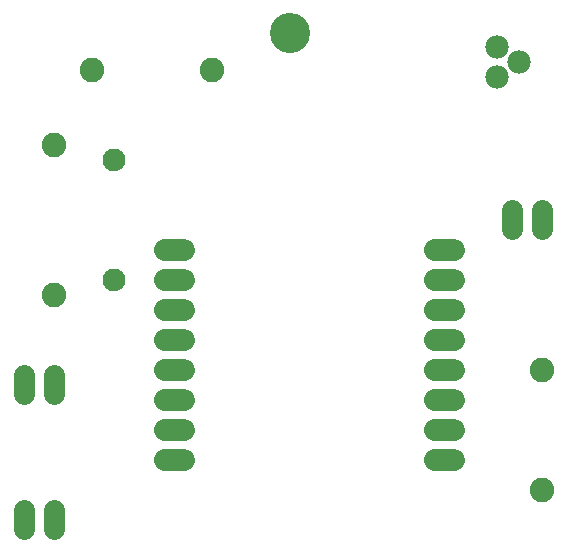
<source format=gts>
G04 EAGLE Gerber X2 export*
%TF.Part,Single*%
%TF.FileFunction,Other,Top Solder Mask*%
%TF.FilePolarity,Positive*%
%TF.GenerationSoftware,Autodesk,EAGLE,9.1.3*%
%TF.CreationDate,2018-09-11T05:34:09Z*%
G75*
%MOMM*%
%FSLAX34Y34*%
%LPD*%
%AMOC8*
5,1,8,0,0,1.08239X$1,22.5*%
G01*
%ADD10C,1.812800*%
%ADD11C,2.082800*%
%ADD12C,1.828800*%
%ADD13C,1.981200*%
%ADD14C,3.403200*%
%ADD15C,1.930400*%


D10*
X25400Y157052D02*
X25400Y173148D01*
X50800Y173148D02*
X50800Y157052D01*
D11*
X50800Y241300D03*
X50800Y368300D03*
D12*
X144272Y101600D02*
X160528Y101600D01*
X160528Y127000D02*
X144272Y127000D01*
X144272Y152400D02*
X160528Y152400D01*
X160528Y177800D02*
X144272Y177800D01*
X144272Y203200D02*
X160528Y203200D01*
X160528Y228600D02*
X144272Y228600D01*
X144272Y254000D02*
X160528Y254000D01*
X160528Y279400D02*
X144272Y279400D01*
X372872Y101600D02*
X389128Y101600D01*
X389128Y127000D02*
X372872Y127000D01*
X372872Y152400D02*
X389128Y152400D01*
X389128Y177800D02*
X372872Y177800D01*
X372872Y203200D02*
X389128Y203200D01*
X389128Y228600D02*
X372872Y228600D01*
X372872Y254000D02*
X389128Y254000D01*
X389128Y279400D02*
X372872Y279400D01*
D10*
X25400Y58848D02*
X25400Y42752D01*
X50800Y42752D02*
X50800Y58848D01*
D13*
X425450Y450850D03*
X444500Y438150D03*
X425450Y425450D03*
D10*
X438150Y312848D02*
X438150Y296752D01*
X463550Y296752D02*
X463550Y312848D01*
D11*
X82550Y431800D03*
X184150Y431800D03*
X463550Y177800D03*
X463550Y76200D03*
D14*
X250000Y462534D03*
D15*
X101600Y254000D03*
X101600Y355600D03*
M02*

</source>
